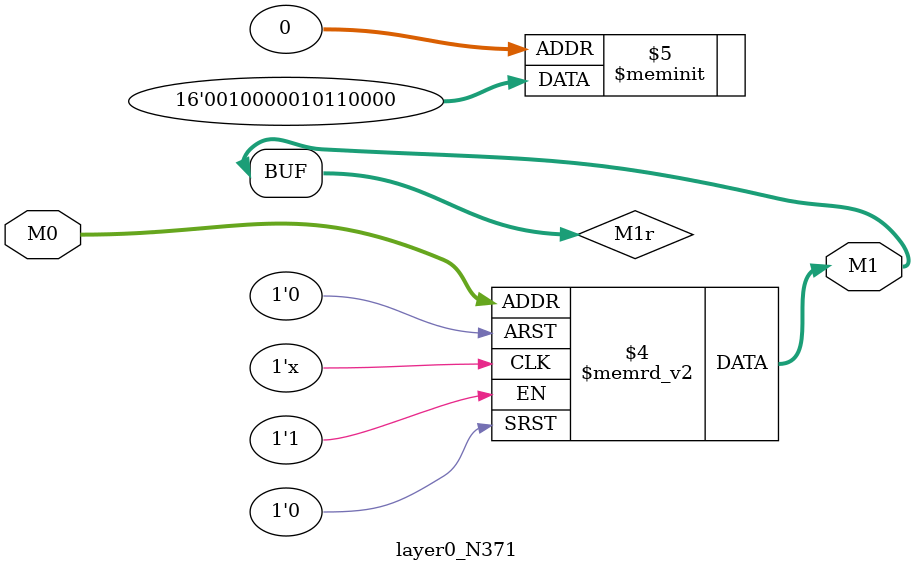
<source format=v>
module layer0_N371 ( input [2:0] M0, output [1:0] M1 );

	(*rom_style = "distributed" *) reg [1:0] M1r;
	assign M1 = M1r;
	always @ (M0) begin
		case (M0)
			3'b000: M1r = 2'b00;
			3'b100: M1r = 2'b00;
			3'b010: M1r = 2'b11;
			3'b110: M1r = 2'b10;
			3'b001: M1r = 2'b00;
			3'b101: M1r = 2'b00;
			3'b011: M1r = 2'b10;
			3'b111: M1r = 2'b00;

		endcase
	end
endmodule

</source>
